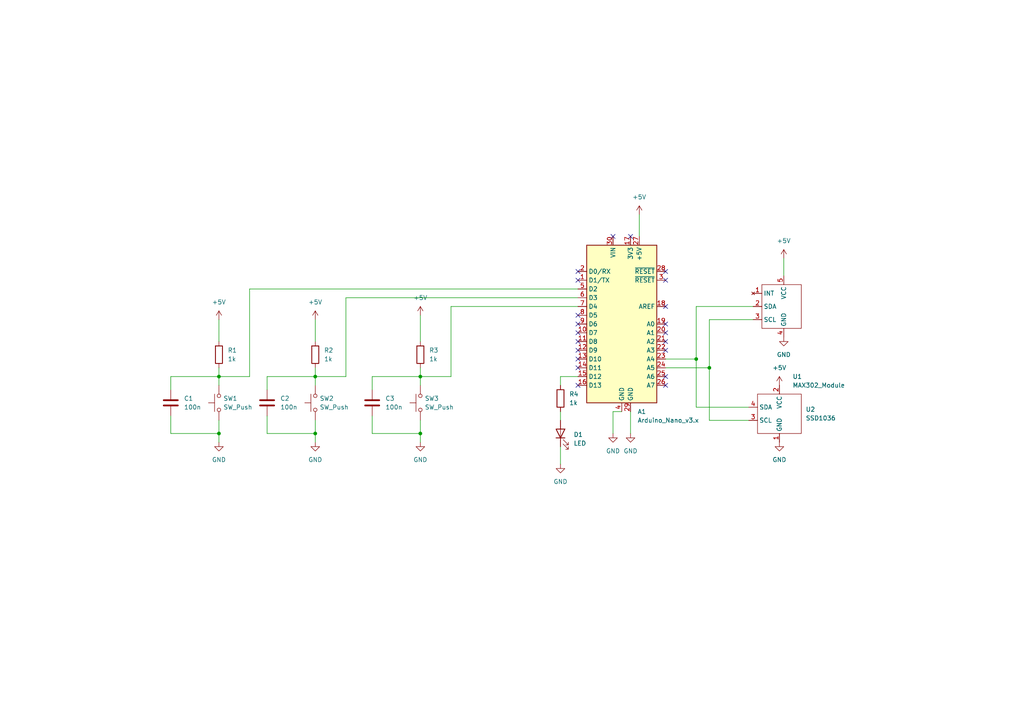
<source format=kicad_sch>
(kicad_sch (version 20211123) (generator eeschema)
  (paper "A4")
  (lib_symbols
    (symbol "Device:C" (pin_numbers hide) (pin_names (offset 0.254))
      (property "Reference" "C" (at 0.635 2.54 0))
      (property "Value" "C" (at 0.635 -2.54 0))
      (symbol "C_0_1"
        (polyline (pts (xy -2.032 -0.762) (xy 2.032 -0.762)) (stroke (width 0.508)))
        (polyline (pts (xy -2.032 0.762) (xy 2.032 0.762)) (stroke (width 0.508)))
      )
      (symbol "C_1_1"
        (pin passive line (at 0 3.81 270) (length 2.794) (name "~") (number "1"))
        (pin passive line (at 0 -3.81 90) (length 2.794) (name "~") (number "2"))
      )
    )
    (symbol "Device:LED" (pin_numbers hide) (pin_names (offset 1.016) hide)
      (property "Reference" "D" (at 0 2.54 0))
      (property "Value" "LED" (at 0 -2.54 0))
      (symbol "LED_0_1"
        (polyline (pts (xy -1.27 -1.27) (xy -1.27 1.27)) (stroke (width 0.254)))
        (polyline (pts (xy -1.27 0) (xy 1.27 0)))
        (polyline (pts (xy 1.27 -1.27) (xy 1.27 1.27) (xy -1.27 0) (xy 1.27 -1.27)) (stroke (width 0.254)))
        (polyline (pts (xy -3.048 -0.762) (xy -4.572 -2.286) (xy -3.81 -2.286) (xy -4.572 -2.286) (xy -4.572 -1.524)))
        (polyline (pts (xy -1.778 -0.762) (xy -3.302 -2.286) (xy -2.54 -2.286) (xy -3.302 -2.286) (xy -3.302 -1.524)))
      )
      (symbol "LED_1_1"
        (pin passive line (at -3.81 0 0) (length 2.54) (name "K") (number "1"))
        (pin passive line (at 3.81 0 180) (length 2.54) (name "A") (number "2"))
      )
    )
    (symbol "Device:R" (pin_numbers hide) (pin_names (offset 0))
      (property "Reference" "R" (at 2.032 0 90))
      (property "Value" "R" (at 0 0 90))
      (symbol "R_0_1"
        (rectangle (start -1.016 -2.54) (end 1.016 2.54) (stroke (width 0.254)))
      )
      (symbol "R_1_1"
        (pin passive line (at 0 3.81 270) (length 1.27) (name "~") (number "1"))
        (pin passive line (at 0 -3.81 90) (length 1.27) (name "~") (number "2"))
      )
    )
    (symbol "MCU_Module:Arduino_Nano_v3.x"
      (property "Reference" "A" (at -10.16 23.495 0))
      (property "Value" "Arduino_Nano_v3.x" (at 5.08 -24.13 0))
      (symbol "Arduino_Nano_v3.x_0_1"
        (rectangle (start -10.16 22.86) (end 10.16 -22.86) (stroke (width 0.254)) (fill (type background)))
      )
      (symbol "Arduino_Nano_v3.x_1_1"
        (pin bidirectional line (at -12.7 12.7 0) (length 2.54) (name "D1/TX") (number "1"))
        (pin bidirectional line (at -12.7 -2.54 0) (length 2.54) (name "D7") (number "10"))
        (pin bidirectional line (at -12.7 -5.08 0) (length 2.54) (name "D8") (number "11"))
        (pin bidirectional line (at -12.7 -7.62 0) (length 2.54) (name "D9") (number "12"))
        (pin bidirectional line (at -12.7 -10.16 0) (length 2.54) (name "D10") (number "13"))
        (pin bidirectional line (at -12.7 -12.7 0) (length 2.54) (name "D11") (number "14"))
        (pin bidirectional line (at -12.7 -15.24 0) (length 2.54) (name "D12") (number "15"))
        (pin bidirectional line (at -12.7 -17.78 0) (length 2.54) (name "D13") (number "16"))
        (pin power_out line (at 2.54 25.4 270) (length 2.54) (name "3V3") (number "17"))
        (pin input line (at 12.7 5.08 180) (length 2.54) (name "AREF") (number "18"))
        (pin bidirectional line (at 12.7 0 180) (length 2.54) (name "A0") (number "19"))
        (pin bidirectional line (at -12.7 15.24 0) (length 2.54) (name "D0/RX") (number "2"))
        (pin bidirectional line (at 12.7 -2.54 180) (length 2.54) (name "A1") (number "20"))
        (pin bidirectional line (at 12.7 -5.08 180) (length 2.54) (name "A2") (number "21"))
        (pin bidirectional line (at 12.7 -7.62 180) (length 2.54) (name "A3") (number "22"))
        (pin bidirectional line (at 12.7 -10.16 180) (length 2.54) (name "A4") (number "23"))
        (pin bidirectional line (at 12.7 -12.7 180) (length 2.54) (name "A5") (number "24"))
        (pin bidirectional line (at 12.7 -15.24 180) (length 2.54) (name "A6") (number "25"))
        (pin bidirectional line (at 12.7 -17.78 180) (length 2.54) (name "A7") (number "26"))
        (pin power_out line (at 5.08 25.4 270) (length 2.54) (name "+5V") (number "27"))
        (pin input line (at 12.7 15.24 180) (length 2.54) (name "~{RESET}") (number "28"))
        (pin power_in line (at 2.54 -25.4 90) (length 2.54) (name "GND") (number "29"))
        (pin input line (at 12.7 12.7 180) (length 2.54) (name "~{RESET}") (number "3"))
        (pin power_in line (at -2.54 25.4 270) (length 2.54) (name "VIN") (number "30"))
        (pin power_in line (at 0 -25.4 90) (length 2.54) (name "GND") (number "4"))
        (pin bidirectional line (at -12.7 10.16 0) (length 2.54) (name "D2") (number "5"))
        (pin bidirectional line (at -12.7 7.62 0) (length 2.54) (name "D3") (number "6"))
        (pin bidirectional line (at -12.7 5.08 0) (length 2.54) (name "D4") (number "7"))
        (pin bidirectional line (at -12.7 2.54 0) (length 2.54) (name "D5") (number "8"))
        (pin bidirectional line (at -12.7 0 0) (length 2.54) (name "D6") (number "9"))
      )
    )
    (symbol "Switch:SW_Push" (pin_numbers hide) (pin_names (offset 1.016) hide)
      (property "Reference" "SW" (at 1.27 2.54 0))
      (property "Value" "SW_Push" (at 0 -1.524 0))
      (symbol "SW_Push_0_1"
        (circle (center -2.032 0) (radius 0.508))
        (polyline (pts (xy 0 1.27) (xy 0 3.048)))
        (polyline (pts (xy 2.54 1.27) (xy -2.54 1.27)))
        (circle (center 2.032 0) (radius 0.508))
        (pin passive line (at -5.08 0 0) (length 2.54) (name "1") (number "1"))
        (pin passive line (at 5.08 0 180) (length 2.54) (name "2") (number "2"))
      )
    )
    (symbol "power:+5V" (power) (pin_names (offset 0))
      (property "Value" "+5V" (at 0 3.556 0))
      (symbol "+5V_0_1"
        (polyline (pts (xy -0.762 1.27) (xy 0 2.54)))
        (polyline (pts (xy 0 0) (xy 0 2.54)))
        (polyline (pts (xy 0 2.54) (xy 0.762 1.27)))
      )
      (symbol "+5V_1_1"
        (pin power_in line (at 0 0 90) (length 0) hide (name "+5V") (number "1"))
      )
    )
    (symbol "power:GND" (power) (pin_names (offset 0))
      (property "Value" "GND" (at 0 -3.81 0))
      (symbol "GND_0_1"
        (polyline (pts (xy 0 0) (xy 0 -1.27) (xy 1.27 -1.27) (xy 0 -2.54) (xy -1.27 -1.27) (xy 0 -1.27)))
      )
      (symbol "GND_1_1"
        (pin power_in line (at 0 0 270) (length 0) hide (name "GND") (number "1"))
      )
    )
    (symbol "spo_stuff:MAX302_Module"
      (property "Reference" "U" (at -6.35 15.24 0))
      (property "Value" "MAX302_Module" (at -7.62 17.78 0))
      (symbol "MAX302_Module_0_1"
        (rectangle (start -12.7 21.59) (end -1.27 8.89))
      )
      (symbol "MAX302_Module_1_1"
        (pin no_connect line (at -15.24 19.05 0) (length 2.54) (name "INT") (number "1"))
        (pin bidirectional line (at -15.24 15.24 0) (length 2.54) (name "SDA") (number "2"))
        (pin input line (at -15.24 11.43 0) (length 2.54) (name "SCL") (number "3"))
        (pin power_in line (at -6.35 6.35 90) (length 2.54) (name "GND") (number "4"))
        (pin power_in line (at -6.35 24.13 270) (length 2.54) (name "VCC") (number "5"))
      )
    )
    (symbol "spo_stuff:SSD1036"
      (property "Reference" "U" (at 0 0 0))
      (property "Value" "SSD1036" (at 0 3.81 0))
      (symbol "SSD1036_0_1"
        (rectangle (start -6.35 -11.43) (end 6.35 -22.86))
      )
      (symbol "SSD1036_1_1"
        (pin power_in line (at 0 -25.4 90) (length 2.54) (name "GND") (number "1"))
        (pin power_in line (at 0 -8.89 270) (length 2.54) (name "VCC") (number "2"))
        (pin input line (at -8.89 -19.05 0) (length 2.54) (name "SCL") (number "3"))
        (pin bidirectional line (at -8.89 -15.24 0) (length 2.54) (name "SDA") (number "4"))
      )
    )
  )
  (junction (at 91.44 109.22))
  (junction (at 121.92 109.22))
  (junction (at 91.44 125.73))
  (junction (at 121.92 125.73))
  (junction (at 205.74 106.68))
  (junction (at 63.5 109.22))
  (junction (at 63.5 125.73))
  (junction (at 201.93 104.14))
  (no_connect (at 193.04 78.74))
  (no_connect (at 167.64 101.6))
  (no_connect (at 167.64 104.14))
  (no_connect (at 167.64 106.68))
  (no_connect (at 167.64 111.76))
  (no_connect (at 193.04 101.6))
  (no_connect (at 193.04 111.76))
  (no_connect (at 193.04 109.22))
  (no_connect (at 167.64 96.52))
  (no_connect (at 167.64 99.06))
  (no_connect (at 193.04 99.06))
  (no_connect (at 193.04 81.28))
  (no_connect (at 193.04 88.9))
  (no_connect (at 193.04 93.98))
  (no_connect (at 193.04 96.52))
  (no_connect (at 182.88 68.58))
  (no_connect (at 177.8 68.58))
  (no_connect (at 167.64 81.28))
  (no_connect (at 167.64 91.44))
  (no_connect (at 167.64 93.98))
  (no_connect (at 167.64 78.74))
  (wire (pts (xy 107.95 120.65) (xy 107.95 125.73)))
  (wire (pts (xy 107.95 109.22) (xy 121.92 109.22)))
  (wire (pts (xy 49.53 109.22) (xy 63.5 109.22)))
  (wire (pts (xy 121.92 125.73) (xy 121.92 128.27)))
  (wire (pts (xy 63.5 109.22) (xy 63.5 111.76)))
  (wire (pts (xy 218.44 92.71) (xy 205.74 92.71)))
  (wire (pts (xy 91.44 109.22) (xy 100.33 109.22)))
  (wire (pts (xy 201.93 104.14) (xy 201.93 118.11)))
  (wire (pts (xy 72.39 83.82) (xy 72.39 109.22)))
  (wire (pts (xy 77.47 120.65) (xy 77.47 125.73)))
  (wire (pts (xy 121.92 106.68) (xy 121.92 109.22)))
  (wire (pts (xy 107.95 113.03) (xy 107.95 109.22)))
  (wire (pts (xy 100.33 86.36) (xy 167.64 86.36)))
  (wire (pts (xy 162.56 119.38) (xy 162.56 121.92)))
  (wire (pts (xy 182.88 119.38) (xy 182.88 125.73)))
  (wire (pts (xy 63.5 125.73) (xy 63.5 128.27)))
  (wire (pts (xy 49.53 113.03) (xy 49.53 109.22)))
  (wire (pts (xy 185.42 62.23) (xy 185.42 68.58)))
  (wire (pts (xy 162.56 129.54) (xy 162.56 134.62)))
  (wire (pts (xy 193.04 104.14) (xy 201.93 104.14)))
  (wire (pts (xy 91.44 92.71) (xy 91.44 99.06)))
  (wire (pts (xy 121.92 121.92) (xy 121.92 125.73)))
  (wire (pts (xy 201.93 88.9) (xy 201.93 104.14)))
  (wire (pts (xy 121.92 109.22) (xy 130.81 109.22)))
  (wire (pts (xy 201.93 88.9) (xy 218.44 88.9)))
  (wire (pts (xy 91.44 125.73) (xy 91.44 128.27)))
  (wire (pts (xy 63.5 106.68) (xy 63.5 109.22)))
  (wire (pts (xy 193.04 106.68) (xy 205.74 106.68)))
  (wire (pts (xy 72.39 109.22) (xy 63.5 109.22)))
  (wire (pts (xy 49.53 125.73) (xy 63.5 125.73)))
  (wire (pts (xy 177.8 119.38) (xy 177.8 125.73)))
  (wire (pts (xy 177.8 119.38) (xy 180.34 119.38)))
  (wire (pts (xy 49.53 120.65) (xy 49.53 125.73)))
  (wire (pts (xy 91.44 106.68) (xy 91.44 109.22)))
  (wire (pts (xy 162.56 109.22) (xy 162.56 111.76)))
  (wire (pts (xy 167.64 109.22) (xy 162.56 109.22)))
  (wire (pts (xy 91.44 121.92) (xy 91.44 125.73)))
  (wire (pts (xy 77.47 113.03) (xy 77.47 109.22)))
  (wire (pts (xy 201.93 118.11) (xy 217.17 118.11)))
  (wire (pts (xy 205.74 106.68) (xy 205.74 121.92)))
  (wire (pts (xy 130.81 88.9) (xy 167.64 88.9)))
  (wire (pts (xy 100.33 109.22) (xy 100.33 86.36)))
  (wire (pts (xy 63.5 92.71) (xy 63.5 99.06)))
  (wire (pts (xy 63.5 121.92) (xy 63.5 125.73)))
  (wire (pts (xy 121.92 109.22) (xy 121.92 111.76)))
  (wire (pts (xy 205.74 121.92) (xy 217.17 121.92)))
  (wire (pts (xy 167.64 83.82) (xy 72.39 83.82)))
  (wire (pts (xy 227.33 74.93) (xy 227.33 80.01)))
  (wire (pts (xy 91.44 109.22) (xy 91.44 111.76)))
  (wire (pts (xy 121.92 91.44) (xy 121.92 99.06)))
  (wire (pts (xy 77.47 109.22) (xy 91.44 109.22)))
  (wire (pts (xy 205.74 92.71) (xy 205.74 106.68)))
  (wire (pts (xy 77.47 125.73) (xy 91.44 125.73)))
  (wire (pts (xy 107.95 125.73) (xy 121.92 125.73)))
  (wire (pts (xy 130.81 109.22) (xy 130.81 88.9)))
  (symbol (lib_id "power:GND") (at 162.56 134.62 0) (unit 1)
    (property "Reference" "#PWR0103" (effects hide))
    (property "Value" "GND" (at 162.56 139.7 0))
  )
  (symbol (lib_id "MCU_Module:Arduino_Nano_v3.x") (at 180.34 93.98 0) (unit 1)
    (property "Reference" "A1" (at 184.8994 119.38 0) (effects (justify left)))
    (property "Value" "Arduino_Nano_v3.x" (at 184.8994 121.92 0) (effects (justify left)))
    (property "Footprint" "Module:Arduino_Nano" (effects hide))
    (property "Datasheet" "http://www.mouser.com/pdfdocs/Gravitech_Arduino_Nano3_0.pdf" (effects hide))
  )
  (symbol (lib_id "power:GND") (at 121.92 128.27 0) (unit 1)
    (property "Reference" "#PWR0104" (effects hide))
    (property "Value" "GND" (at 121.92 133.35 0))
  )
  (symbol (lib_id "power:+5V") (at 185.42 62.23 0) (unit 1)
    (property "Reference" "#PWR0109" (effects hide))
    (property "Value" "+5V" (at 185.42 57.15 0))
  )
  (symbol (lib_id "Switch:SW_Push") (at 91.44 116.84 90) (unit 1)
    (property "Reference" "SW2" (at 92.71 115.5699 90) (effects (justify right)))
    (property "Value" "SW_Push" (at 92.71 118.1099 90) (effects (justify right)))
    (property "Footprint" "Button_Switch_THT:SW_PUSH_6mm" (effects hide))
  )
  (symbol (lib_id "power:+5V") (at 91.44 92.71 0) (unit 1)
    (property "Reference" "#PWR0108" (effects hide))
    (property "Value" "+5V" (at 91.44 87.63 0))
  )
  (symbol (lib_id "power:GND") (at 226.06 128.27 0) (unit 1)
    (property "Reference" "#PWR0112" (effects hide))
    (property "Value" "GND" (at 226.06 133.35 0))
  )
  (symbol (lib_id "power:GND") (at 91.44 128.27 0) (unit 1)
    (property "Reference" "#PWR0105" (effects hide))
    (property "Value" "GND" (at 91.44 133.35 0))
  )
  (symbol (lib_id "power:GND") (at 227.33 97.79 0) (unit 1)
    (property "Reference" "#PWR0111" (effects hide))
    (property "Value" "GND" (at 227.33 102.87 0))
  )
  (symbol (lib_id "Device:R") (at 91.44 102.87 0) (unit 1)
    (property "Reference" "R2" (at 93.98 101.5999 0) (effects (justify left)))
    (property "Value" "1k" (at 93.98 104.1399 0) (effects (justify left)))
    (property "Footprint" "Resistor_THT:R_Axial_DIN0207_L6.3mm_D2.5mm_P7.62mm_Horizontal" (effects hide))
  )
  (symbol (lib_id "Device:R") (at 162.56 115.57 0) (unit 1)
    (property "Reference" "R4" (at 165.1 114.2999 0) (effects (justify left)))
    (property "Value" "1k" (at 165.1 116.8399 0) (effects (justify left)))
    (property "Footprint" "Resistor_THT:R_Axial_DIN0207_L6.3mm_D2.5mm_P7.62mm_Horizontal" (effects hide))
  )
  (symbol (lib_id "power:+5V") (at 227.33 74.93 0) (unit 1)
    (property "Reference" "#PWR0110" (effects hide))
    (property "Value" "+5V" (at 227.33 69.85 0))
  )
  (symbol (lib_id "Device:R") (at 63.5 102.87 0) (unit 1)
    (property "Reference" "R1" (at 66.04 101.5999 0) (effects (justify left)))
    (property "Value" "1k" (at 66.04 104.1399 0) (effects (justify left)))
    (property "Footprint" "Resistor_THT:R_Axial_DIN0207_L6.3mm_D2.5mm_P7.62mm_Horizontal" (effects hide))
  )
  (symbol (lib_id "Device:C") (at 49.53 116.84 0) (unit 1)
    (property "Reference" "C1" (at 53.34 115.5699 0) (effects (justify left)))
    (property "Value" "100n" (at 53.34 118.1099 0) (effects (justify left)))
    (property "Footprint" "Capacitor_THT:C_Disc_D4.3mm_W1.9mm_P5.00mm" (effects hide))
  )
  (symbol (lib_id "power:+5V") (at 226.06 111.76 0) (unit 1)
    (property "Reference" "#PWR0113" (effects hide))
    (property "Value" "+5V" (at 226.06 106.68 0))
  )
  (symbol (lib_id "power:GND") (at 182.88 125.73 0) (unit 1)
    (property "Reference" "#PWR0102" (effects hide))
    (property "Value" "GND" (at 182.88 130.81 0))
  )
  (symbol (lib_id "power:+5V") (at 121.92 91.44 0) (unit 1)
    (property "Reference" "#PWR0101" (effects hide))
    (property "Value" "+5V" (at 121.92 86.36 0))
  )
  (symbol (lib_id "power:GND") (at 177.8 125.73 0) (unit 1)
    (property "Reference" "#PWR0114" (effects hide))
    (property "Value" "GND" (at 177.8 130.81 0))
  )
  (symbol (lib_id "power:+5V") (at 63.5 92.71 0) (unit 1)
    (property "Reference" "#PWR0106" (effects hide))
    (property "Value" "+5V" (at 63.5 87.63 0))
  )
  (symbol (lib_id "Device:C") (at 77.47 116.84 0) (unit 1)
    (property "Reference" "C2" (at 81.28 115.5699 0) (effects (justify left)))
    (property "Value" "100n" (at 81.28 118.1099 0) (effects (justify left)))
    (property "Footprint" "Capacitor_THT:C_Disc_D4.3mm_W1.9mm_P5.00mm" (effects hide))
  )
  (symbol (lib_id "Switch:SW_Push") (at 121.92 116.84 90) (unit 1)
    (property "Reference" "SW3" (at 123.19 115.5699 90) (effects (justify right)))
    (property "Value" "SW_Push" (at 123.19 118.1099 90) (effects (justify right)))
    (property "Footprint" "Button_Switch_THT:SW_PUSH_6mm" (effects hide))
  )
  (symbol (lib_id "Device:LED") (at 162.56 125.73 90) (unit 1)
    (property "Reference" "D1" (at 166.37 126.0474 90) (effects (justify right)))
    (property "Value" "LED" (at 166.37 128.5874 90) (effects (justify right)))
    (property "Footprint" "LED_THT:LED_D5.0mm" (effects hide))
  )
  (symbol (lib_id "spo_stuff:MAX302_Module") (at 233.68 104.14 0) (unit 1)
    (property "Reference" "U1" (at 229.87 109.2199 0) (effects (justify left)))
    (property "Value" "MAX302_Module" (at 229.87 111.7599 0) (effects (justify left)))
    (property "Footprint" "spo2_stuff:MAX3103_Module" (effects hide))
  )
  (symbol (lib_id "spo_stuff:SSD1036") (at 226.06 102.87 0) (unit 1)
    (property "Reference" "U2" (at 233.68 118.7449 0) (effects (justify left)))
    (property "Value" "SSD1036" (at 233.68 121.2849 0) (effects (justify left)))
    (property "Footprint" "spo2_stuff:SSD1036" (effects hide))
  )
  (symbol (lib_id "Device:C") (at 107.95 116.84 0) (unit 1)
    (property "Reference" "C3" (at 111.76 115.5699 0) (effects (justify left)))
    (property "Value" "100n" (at 111.76 118.1099 0) (effects (justify left)))
    (property "Footprint" "Capacitor_THT:C_Disc_D4.3mm_W1.9mm_P5.00mm" (effects hide))
  )
  (symbol (lib_id "power:GND") (at 63.5 128.27 0) (unit 1)
    (property "Reference" "#PWR0107" (effects hide))
    (property "Value" "GND" (at 63.5 133.35 0))
  )
  (symbol (lib_id "Switch:SW_Push") (at 63.5 116.84 90) (unit 1)
    (property "Reference" "SW1" (at 64.77 115.5699 90) (effects (justify right)))
    (property "Value" "SW_Push" (at 64.77 118.1099 90) (effects (justify right)))
    (property "Footprint" "Button_Switch_THT:SW_PUSH_6mm" (effects hide))
  )
  (symbol (lib_id "Device:R") (at 121.92 102.87 0) (unit 1)
    (property "Reference" "R3" (at 124.46 101.5999 0) (effects (justify left)))
    (property "Value" "1k" (at 124.46 104.1399 0) (effects (justify left)))
    (property "Footprint" "Resistor_THT:R_Axial_DIN0207_L6.3mm_D2.5mm_P7.62mm_Horizontal" (effects hide))
  )
)
</source>
